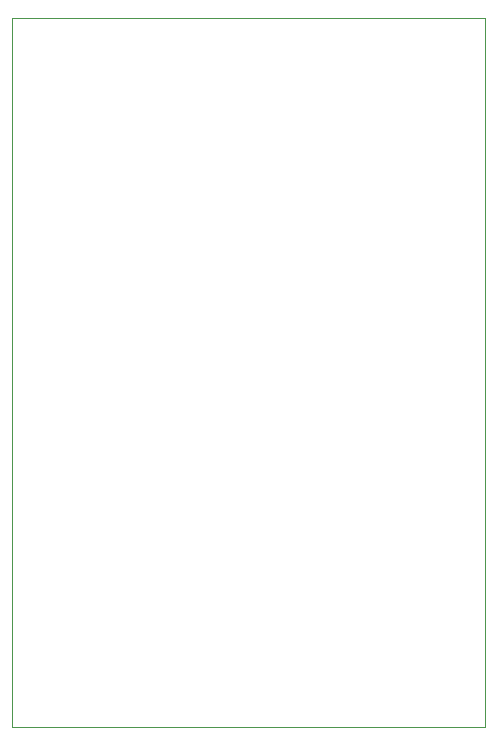
<source format=gbr>
%TF.GenerationSoftware,KiCad,Pcbnew,8.0.7*%
%TF.CreationDate,2025-03-04T00:24:51+01:00*%
%TF.ProjectId,Wildeye_pcb,57696c64-6579-4655-9f70-63622e6b6963,rev?*%
%TF.SameCoordinates,Original*%
%TF.FileFunction,Profile,NP*%
%FSLAX46Y46*%
G04 Gerber Fmt 4.6, Leading zero omitted, Abs format (unit mm)*
G04 Created by KiCad (PCBNEW 8.0.7) date 2025-03-04 00:24:51*
%MOMM*%
%LPD*%
G01*
G04 APERTURE LIST*
%TA.AperFunction,Profile*%
%ADD10C,0.050000*%
%TD*%
G04 APERTURE END LIST*
D10*
X130000000Y-57500000D02*
X170000000Y-57500000D01*
X170000000Y-117500000D01*
X130000000Y-117500000D01*
X130000000Y-57500000D01*
M02*

</source>
